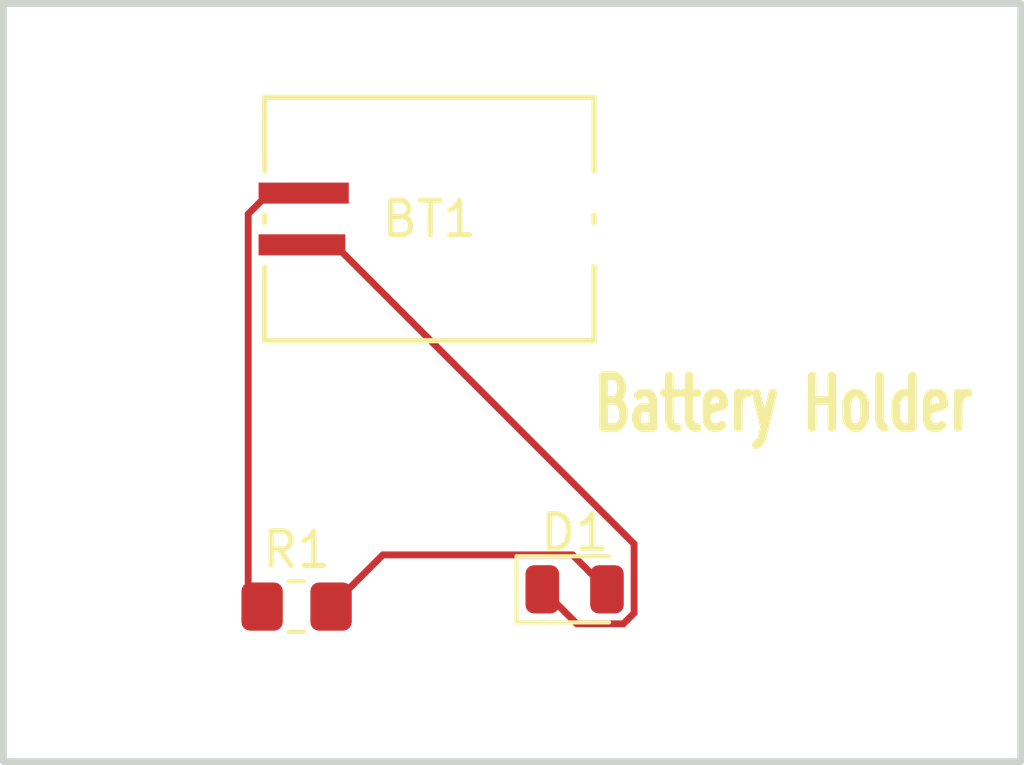
<source format=kicad_pcb>
(kicad_pcb (version 20240108) (generator "pcbnew") (generator_version "8.0")
  (layers (0 "F.Cu" signal) (31 "B.Cu" signal) (34 "B.Paste" user) (35 "F.Paste" user) (36 "B.SilkS" user "B.Silkscreen") (37 "F.SilkS" user "F.Silkscreen") (38 "B.Mask" user) (39 "F.Mask" user) (44 "Edge.Cuts" user))
  (net 0 "")
  (net 1 "Net-(BT1-+)")
  (net 2 "Net-(BT1--)")
  (net 3 "Net-(D1-A)")
  (footprint "Diode_SMD:D_0805_2012Metric" (layer "F.Cu") (at 142.0625 88.5)
    (property "Reference" "D1" (at 0 -1.65 0) (layer "F.SilkS"))
    (property "Value" "CD4148W")
    (fp_line (start -1.685 -0.96) (end -1.685 0.96) (stroke (width 0.12)) (layer "F.SilkS"))
    (fp_line (start -1.685 0.96) (end 1 0.96) (stroke (width 0.12)) (layer "F.SilkS"))
    (fp_line (start 1 -0.96) (end -1.685 -0.96) (stroke (width 0.12)) (layer "F.SilkS"))
    (pad "1" smd roundrect (at -0.9375 0) (size 0.975 1.4) (layers "F.Cu" "F.Paste" "F.Mask") (net 2 "Net-(BT1--)"))
    (pad "2" smd roundrect (at 0.9375 0) (size 0.975 1.4) (layers "F.Cu" "F.Paste" "F.Mask") (net 3 "Net-(D1-A)"))
  )
  (footprint "FS_3_Global_Footprint_Library:MS621FE-FL11E_SEC" (layer "F.Cu") (at 137.8507 77.7538)
    (property "Reference" "BT1" (at 0 0 0) (layer "F.SilkS"))
    (property "Value" "Battery_Cell")
    (fp_line (start -4.7752 -3.5306) (end -4.7752 -1.387541) (stroke (width 0.1524)) (layer "F.SilkS"))
    (fp_line (start -4.7752 -0.112461) (end -4.7752 0.112461) (stroke (width 0.1524)) (layer "F.SilkS"))
    (fp_line (start -4.7752 1.387541) (end -4.7752 3.5306) (stroke (width 0.1524)) (layer "F.SilkS"))
    (fp_line (start -4.7752 3.5306) (end 4.7752 3.5306) (stroke (width 0.1524)) (layer "F.SilkS"))
    (fp_line (start 4.7752 -3.5306) (end -4.7752 -3.5306) (stroke (width 0.1524)) (layer "F.SilkS"))
    (fp_line (start 4.7752 -1.387541) (end 4.7752 -3.5306) (stroke (width 0.1524)) (layer "F.SilkS"))
    (fp_line (start 4.7752 0.112461) (end 4.7752 -0.112461) (stroke (width 0.1524)) (layer "F.SilkS"))
    (fp_line (start 4.7752 3.5306) (end 4.7752 1.387541) (stroke (width 0.1524)) (layer "F.SilkS"))
    (pad "1" smd rect (at -3.6449 -0.750001) (size 2.6162 0.6096) (layers "F.Cu" "F.Paste" "F.Mask") (net 1 "Net-(BT1-+)"))
    (pad "2" smd rect (at -3.6957 0.750001) (size 2.5146 0.6096) (layers "F.Cu" "F.Paste" "F.Mask") (net 2 "Net-(BT1--)"))
  )
  (footprint "Resistor_SMD:R_0805_2012Metric_Pad1.20x1.40mm_HandSolder" (layer "F.Cu") (at 134 89)
    (property "Reference" "R1" (at 0 -1.65 0) (layer "F.SilkS"))
    (property "Value" "R")
    (fp_line (start -0.227064 -0.735) (end 0.227064 -0.735) (stroke (width 0.12)) (layer "F.SilkS"))
    (fp_line (start -0.227064 0.735) (end 0.227064 0.735) (stroke (width 0.12)) (layer "F.SilkS"))
    (pad "1" smd roundrect (at -1 0) (size 1.2 1.4) (layers "F.Cu" "F.Paste" "F.Mask") (roundrect_rratio 0.208333) (net 1 "Net-(BT1-+)"))
    (pad "2" smd roundrect (at 1 0) (size 1.2 1.4) (layers "F.Cu" "F.Paste" "F.Mask") (roundrect_rratio 0.208333) (net 3 "Net-(D1-A)"))
  )
  (gr_rect (start 125.5 71.5) (end 155 93.5) (stroke (width 0.2)) (fill none) (layer "Edge.Cuts"))
  (gr_text "Battery Holder" (at 142.5 84 0) (layer "F.SilkS") (effects (font (size 1.5 1) (thickness 0.25) (bold yes)) (justify left bottom)))
  (segment (start 132.5977 77.608599) (end 132.5977 88.5977) (width 0.2) (layer "F.Cu") (net 1))
  (segment (start 133.2025 77.003799) (end 132.5977 77.608599) (width 0.2) (layer "F.Cu") (net 1))
  (segment (start 134.2058 77.003799) (end 133.2025 77.003799) (width 0.2) (layer "F.Cu") (net 1))
  (segment (start 132.5977 88.5977) (end 133 89) (width 0.2) (layer "F.Cu") (net 1))
  (segment (start 134.155 78.503801) (end 135.1075 78.503801) (width 0.2) (layer "F.Cu") (net 2))
  (segment (start 135.1075 78.503801) (end 143.7875 87.183801) (width 0.2) (layer "F.Cu") (net 2))
  (segment (start 143.7875 89.188232) (end 143.475732 89.5) (width 0.2) (layer "F.Cu") (net 2))
  (segment (start 143.475732 89.5) (end 142.125 89.5) (width 0.2) (layer "F.Cu") (net 2))
  (segment (start 142.125 89.5) (end 141.125 88.5) (width 0.2) (layer "F.Cu") (net 2))
  (segment (start 143.7875 87.183801) (end 143.7875 89.188232) (width 0.2) (layer "F.Cu") (net 2))
  (segment (start 142 87.5) (end 143 88.5) (width 0.2) (layer "F.Cu") (net 3))
  (segment (start 136.5 87.5) (end 142 87.5) (width 0.2) (layer "F.Cu") (net 3))
  (segment (start 135 89) (end 136.5 87.5) (width 0.2) (layer "F.Cu") (net 3))
)
</source>
